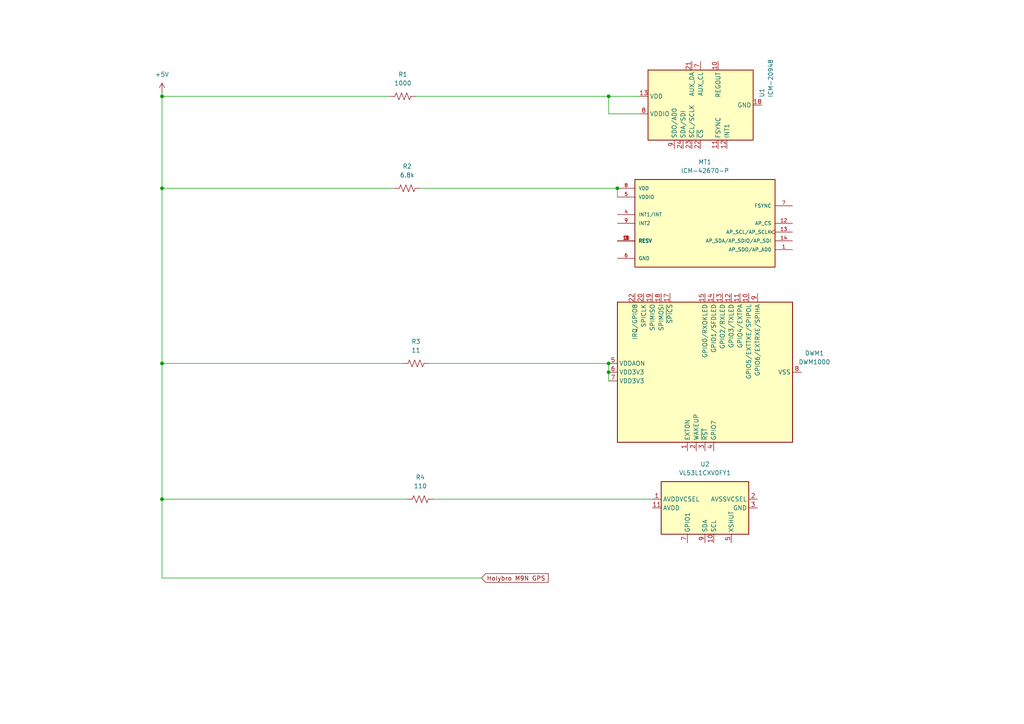
<source format=kicad_sch>
(kicad_sch (version 20231120) (generator "eeschema") (generator_version "8.0")
  (paper "A4")
  (lib_symbols
    (symbol "Device:R_US" (pin_numbers hide) (pin_names (offset 0))
      (property "Reference" "R" (at 2.54 0 90))
      (property "Value" "R_US" (at -2.54 0 90))
      (symbol "R_US_0_1"
        (polyline (pts (xy 0 -2.286) (xy 0 -2.54)))
        (polyline (pts (xy 0 2.286) (xy 0 2.54)))
        (polyline (pts (xy 0 -0.762) (xy 1.016 -1.143) (xy 0 -1.524) (xy -1.016 -1.905) (xy 0 -2.286)))
        (polyline (pts (xy 0 0.762) (xy 1.016 0.381) (xy 0 0) (xy -1.016 -0.381) (xy 0 -0.762)))
        (polyline (pts (xy 0 2.286) (xy 1.016 1.905) (xy 0 1.524) (xy -1.016 1.143) (xy 0 0.762)))
      )
      (symbol "R_US_1_1"
        (pin passive line (at 0 3.81 270) (length 1.27) (name "~") (number "1"))
        (pin passive line (at 0 -3.81 90) (length 1.27) (name "~") (number "2"))
      )
    )
    (symbol "ICM-42670-P:ICM-42670-P" (pin_names (offset 1.016))
      (property "Reference" "MT" (at -20.32 13.97 0))
      (property "Value" "ICM-42670-P" (at -20.32 -15.24 0))
      (symbol "ICM-42670-P_0_0"
        (rectangle (start -20.32 -12.7) (end 20.32 12.7) (stroke (width 0.254)) (fill (type background)))
        (pin bidirectional line (at -25.4 -7.62 0) (length 5.08) (name "AP_SDO/AP_AD0") (number "1"))
        (pin passive line (at 25.4 -5.08 180) (length 5.08) (name "RESV") (number "10"))
        (pin passive line (at 25.4 -5.08 180) (length 5.08) (name "RESV") (number "11"))
        (pin input line (at -25.4 0 0) (length 5.08) (name "AP_CS") (number "12"))
        (pin input clock (at -25.4 -2.54 0) (length 5.08) (name "AP_SCL/AP_SCLK") (number "13"))
        (pin bidirectional line (at -25.4 -5.08 0) (length 5.08) (name "AP_SDA/AP_SDIO/AP_SDI") (number "14"))
        (pin passive line (at 25.4 -5.08 180) (length 5.08) (name "RESV") (number "2"))
        (pin passive line (at 25.4 -5.08 180) (length 5.08) (name "RESV") (number "3"))
        (pin output line (at 25.4 2.54 180) (length 5.08) (name "INT1/INT") (number "4"))
        (pin power_in line (at 25.4 7.62 180) (length 5.08) (name "VDDIO") (number "5"))
        (pin power_in line (at 25.4 -10.16 180) (length 5.08) (name "GND") (number "6"))
        (pin input line (at -25.4 5.08 0) (length 5.08) (name "FSYNC") (number "7"))
        (pin power_in line (at 25.4 10.16 180) (length 5.08) (name "VDD") (number "8"))
        (pin output line (at 25.4 0 180) (length 5.08) (name "INT2") (number "9"))
      )
    )
    (symbol "RF_Module:DWM1000"
      (property "Reference" "DWM" (at -17.78 26.67 0))
      (property "Value" "DWM1000" (at 15.875 26.67 0))
      (symbol "DWM1000_0_1"
        (rectangle (start -20.32 25.4) (end 20.32 -25.4) (stroke (width 0.254)) (fill (type background)))
      )
      (symbol "DWM1000_1_1"
        (pin output line (at -22.86 5.08 0) (length 2.54) (name "EXTON") (number "1"))
        (pin bidirectional line (at 22.86 -12.7 180) (length 2.54) (name "GPIO5/EXTTXE/SPIPOL") (number "10"))
        (pin bidirectional line (at 22.86 -10.16 180) (length 2.54) (name "GPIO4/EXTPA") (number "11"))
        (pin bidirectional line (at 22.86 -7.62 180) (length 2.54) (name "GPIO3/TXLED") (number "12"))
        (pin bidirectional line (at 22.86 -5.08 180) (length 2.54) (name "GPIO2/RXLED") (number "13"))
        (pin bidirectional line (at 22.86 -2.54 180) (length 2.54) (name "GPIO1/SFDLED") (number "14"))
        (pin bidirectional line (at 22.86 0 180) (length 2.54) (name "GPIO0/RXOKLED") (number "15"))
        (pin passive line (at 0 -27.94 90) (length 2.54) hide (name "VSS") (number "16"))
        (pin input line (at 22.86 10.16 180) (length 2.54) (name "~{SPICS}") (number "17"))
        (pin input line (at 22.86 12.7 180) (length 2.54) (name "SPIMOSI") (number "18"))
        (pin output line (at 22.86 15.24 180) (length 2.54) (name "SPIMISO") (number "19"))
        (pin bidirectional line (at -22.86 2.54 0) (length 2.54) (name "WAKEUP") (number "2"))
        (pin input line (at 22.86 17.78 180) (length 2.54) (name "SPICLK") (number "20"))
        (pin passive line (at 0 -27.94 90) (length 2.54) hide (name "VSS") (number "21"))
        (pin bidirectional line (at 22.86 20.32 180) (length 2.54) (name "IRQ/GPIO8") (number "22"))
        (pin passive line (at 0 -27.94 90) (length 2.54) hide (name "VSS") (number "23"))
        (pin passive line (at 0 -27.94 90) (length 2.54) hide (name "VSS") (number "24"))
        (pin bidirectional line (at -22.86 0 0) (length 2.54) (name "~{RST}") (number "3"))
        (pin bidirectional line (at -22.86 -2.54 0) (length 2.54) (name "GPIO7") (number "4"))
        (pin power_in line (at 2.54 27.94 270) (length 2.54) (name "VDDAON") (number "5"))
        (pin power_in line (at 0 27.94 270) (length 2.54) (name "VDD3V3") (number "6"))
        (pin power_in line (at -2.54 27.94 270) (length 2.54) (name "VDD3V3") (number "7"))
        (pin power_in line (at 0 -27.94 90) (length 2.54) (name "VSS") (number "8"))
        (pin bidirectional line (at 22.86 -15.24 180) (length 2.54) (name "GPIO6/EXTRXE/SPIHA") (number "9"))
      )
    )
    (symbol "Sensor_Distance:VL53L1CXV0FY1"
      (property "Reference" "U" (at -6.35 13.97 0))
      (property "Value" "VL53L1CXV0FY1" (at 12.065 13.97 0))
      (symbol "VL53L1CXV0FY1_0_1"
        (rectangle (start -7.62 12.7) (end 7.62 -12.7) (stroke (width 0.254)) (fill (type background)))
      )
      (symbol "VL53L1CXV0FY1_1_1"
        (pin power_in line (at 2.54 15.24 270) (length 2.54) (name "AVDDVCSEL") (number "1"))
        (pin input line (at -10.16 -2.54 0) (length 2.54) (name "SCL") (number "10"))
        (pin power_in line (at 0 15.24 270) (length 2.54) (name "AVDD") (number "11"))
        (pin passive line (at 0 -15.24 90) (length 2.54) hide (name "GND") (number "12"))
        (pin power_in line (at 2.54 -15.24 90) (length 2.54) (name "AVSSVCSEL") (number "2"))
        (pin power_in line (at 0 -15.24 90) (length 2.54) (name "GND") (number "3"))
        (pin passive line (at 0 -15.24 90) (length 2.54) hide (name "GND") (number "4"))
        (pin input line (at -10.16 -7.62 0) (length 2.54) (name "XSHUT") (number "5"))
        (pin passive line (at 0 -15.24 90) (length 2.54) hide (name "GND") (number "6"))
        (pin open_collector line (at -10.16 5.08 0) (length 2.54) (name "GPIO1") (number "7"))
        (pin no_connect line (at -7.62 7.62 0) (length 2.54) hide (name "DNC") (number "8"))
        (pin bidirectional line (at -10.16 0 0) (length 2.54) (name "SDA") (number "9"))
      )
    )
    (symbol "Sensor_Motion:ICM-20948"
      (property "Reference" "U" (at -11.43 16.51 0))
      (property "Value" "ICM-20948" (at 7.62 -16.51 0))
      (symbol "ICM-20948_0_1"
        (rectangle (start -10.16 15.24) (end 10.16 -15.24) (stroke (width 0.254)) (fill (type background)))
      )
      (symbol "ICM-20948_1_1"
        (pin no_connect line (at -10.16 12.7 0) (length 2.54) hide (name "NC") (number "1"))
        (pin passive line (at 12.7 -5.08 180) (length 2.54) (name "REGOUT") (number "10"))
        (pin input line (at -12.7 -5.08 0) (length 2.54) (name "FSYNC") (number "11"))
        (pin output line (at -12.7 -7.62 0) (length 2.54) (name "INT1") (number "12"))
        (pin power_in line (at 2.54 17.78 270) (length 2.54) (name "VDD") (number "13"))
        (pin no_connect line (at 10.16 7.62 180) (length 2.54) hide (name "NC") (number "14"))
        (pin no_connect line (at 10.16 5.08 180) (length 2.54) hide (name "NC") (number "15"))
        (pin no_connect line (at 10.16 -7.62 180) (length 2.54) hide (name "NC") (number "16"))
        (pin no_connect line (at 10.16 -10.16 180) (length 2.54) hide (name "NC") (number "17"))
        (pin power_in line (at 0 -17.78 90) (length 2.54) (name "GND") (number "18"))
        (pin no_connect line (at 10.16 -12.7 180) (length 2.54) hide (name "RESV") (number "19"))
        (pin no_connect line (at -10.16 10.16 0) (length 2.54) hide (name "NC") (number "2"))
        (pin passive line (at 0 -17.78 90) (length 2.54) hide (name "GND") (number "20"))
        (pin bidirectional line (at 12.7 2.54 180) (length 2.54) (name "AUX_DA") (number "21"))
        (pin input line (at -12.7 0 0) (length 2.54) (name "~{CS}") (number "22"))
        (pin input line (at -12.7 2.54 0) (length 2.54) (name "SCL/SCLK") (number "23"))
        (pin bidirectional line (at -12.7 5.08 0) (length 2.54) (name "SDA/SDI") (number "24"))
        (pin no_connect line (at -10.16 -2.54 0) (length 2.54) hide (name "NC") (number "3"))
        (pin no_connect line (at -10.16 -10.16 0) (length 2.54) hide (name "NC") (number "4"))
        (pin no_connect line (at -10.16 -12.7 0) (length 2.54) hide (name "NC") (number "5"))
        (pin no_connect line (at 10.16 10.16 180) (length 2.54) hide (name "NC") (number "6"))
        (pin output line (at 12.7 0 180) (length 2.54) (name "AUX_CL") (number "7"))
        (pin power_in line (at -2.54 17.78 270) (length 2.54) (name "VDDIO") (number "8"))
        (pin bidirectional line (at -12.7 7.62 0) (length 2.54) (name "SDO/AD0") (number "9"))
      )
    )
    (symbol "power:+5V" (power) (pin_numbers hide) (pin_names (offset 0) hide)
      (property "Value" "+5V" (at 0 3.556 0))
      (symbol "+5V_0_1"
        (polyline (pts (xy -0.762 1.27) (xy 0 2.54)))
        (polyline (pts (xy 0 0) (xy 0 2.54)))
        (polyline (pts (xy 0 2.54) (xy 0.762 1.27)))
      )
      (symbol "+5V_1_1"
        (pin power_in line (at 0 0 90) (length 0) (name "~") (number "1"))
      )
    )
  )
  (junction (at 176.53 105.41))
  (junction (at 179.07 54.61))
  (junction (at 46.99 27.94))
  (junction (at 46.99 144.78))
  (junction (at 176.53 107.95))
  (junction (at 46.99 54.61))
  (junction (at 176.53 27.94))
  (junction (at 46.99 105.41))
  (wire (pts (xy 46.99 105.41) (xy 46.99 144.78)))
  (wire (pts (xy 116.84 105.41) (xy 46.99 105.41)))
  (wire (pts (xy 139.7 167.64) (xy 46.99 167.64)))
  (wire (pts (xy 124.46 105.41) (xy 176.53 105.41)))
  (wire (pts (xy 179.07 54.61) (xy 179.07 57.15)))
  (wire (pts (xy 176.53 107.95) (xy 176.53 110.49)))
  (wire (pts (xy 114.3 54.61) (xy 46.99 54.61)))
  (wire (pts (xy 113.03 27.94) (xy 46.99 27.94)))
  (wire (pts (xy 46.99 27.94) (xy 46.99 26.67)))
  (wire (pts (xy 176.53 27.94) (xy 185.42 27.94)))
  (wire (pts (xy 46.99 167.64) (xy 46.99 144.78)))
  (wire (pts (xy 46.99 54.61) (xy 46.99 27.94)))
  (wire (pts (xy 176.53 105.41) (xy 176.53 107.95)))
  (wire (pts (xy 118.11 144.78) (xy 46.99 144.78)))
  (wire (pts (xy 176.53 33.02) (xy 176.53 27.94)))
  (wire (pts (xy 176.53 33.02) (xy 185.42 33.02)))
  (wire (pts (xy 46.99 105.41) (xy 46.99 54.61)))
  (wire (pts (xy 120.65 27.94) (xy 176.53 27.94)))
  (wire (pts (xy 125.73 144.78) (xy 189.23 144.78)))
  (wire (pts (xy 121.92 54.61) (xy 179.07 54.61)))
  (global_label "Holybro M9N GPS" (shape input) (at 139.7 167.64 0) (property "Intersheetrefs" "${INTERSHEET_REFS}" (effects (hide yes))))
  (symbol (lib_id "Device:R_US") (at 118.11 54.61 90) (unit 1)
    (property "Reference" "R2" (at 118.11 48.26 90))
    (property "Value" "6.8k" (at 118.11 50.8 90))
    (property "Description" "Resistor, US symbol" (effects (hide yes)))
  )
  (symbol (lib_id "RF_Module:DWM1000") (at 204.47 107.95 90) (unit 1)
    (property "Reference" "DWM1" (at 236.22 102.4538 90))
    (property "Value" "DWM1000" (at 236.22 104.9938 90))
    (property "Footprint" "RF_Module:DWM1000" (effects (hide yes)))
    (property "Datasheet" "https://www.decawave.com/sites/default/files/resources/dwm1000-datasheet-v1.3.pdf" (effects (hide yes)))
    (property "Description" "Ultra wide band RF module With ranging location capabilities" (effects (hide yes)))
  )
  (symbol (lib_id "Device:R_US") (at 116.84 27.94 90) (unit 1)
    (property "Reference" "R1" (at 116.84 21.59 90))
    (property "Value" "1000" (at 116.84 24.13 90))
    (property "Description" "Resistor, US symbol" (effects (hide yes)))
  )
  (symbol (lib_id "Device:R_US") (at 120.65 105.41 90) (unit 1)
    (property "Reference" "R3" (at 120.65 99.06 90))
    (property "Value" "11" (at 120.65 101.6 90))
    (property "Description" "Resistor, US symbol" (effects (hide yes)))
  )
  (symbol (lib_id "Sensor_Distance:VL53L1CXV0FY1") (at 204.47 147.32 90) (unit 1)
    (property "Reference" "U2" (at 204.47 134.62 90))
    (property "Value" "VL53L1CXV0FY1" (at 204.47 137.16 90))
    (property "Footprint" "Sensor_Distance:ST_VL53L1x" (effects (hide yes)))
    (property "Datasheet" "https://www.st.com/resource/en/datasheet/vl53l1x.pdf" (effects (hide yes)))
    (property "Description" "4m distance ranging ToF sensor, Optical LGA12" (effects (hide yes)))
  )
  (symbol (lib_id "Sensor_Motion:ICM-20948") (at 203.2 30.48 90) (unit 1)
    (property "Reference" "U1" (at 220.98 28.2859 0) (effects (justify left)))
    (property "Value" "ICM-20948" (at 223.52 28.2859 0) (effects (justify left)))
    (property "Footprint" "Sensor_Motion:InvenSense_QFN-24_3x3mm_P0.4mm" (effects (hide yes)))
    (property "Datasheet" "http://www.invensense.com/wp-content/uploads/2016/06/DS-000189-ICM-20948-v1.3.pdf" (effects (hide yes)))
    (property "Description" "InvenSense 9-Axis Motion Sensor, Accelerometer, Gyroscope, Compass, I2C/SPI, QFN-24" (effects (hide yes)))
  )
  (symbol (lib_id "Device:R_US") (at 121.92 144.78 90) (unit 1)
    (property "Reference" "R4" (at 121.92 138.43 90))
    (property "Value" "110" (at 121.92 140.97 90))
    (property "Description" "Resistor, US symbol" (effects (hide yes)))
  )
  (symbol (lib_id "ICM-42670-P:ICM-42670-P") (at 204.47 64.77 0) (mirror y) (unit 1)
    (property "Reference" "MT1" (at 204.47 46.99 0))
    (property "Value" "ICM-42670-P" (at 204.47 49.53 0))
    (property "Footprint" "ICM-42670-P:XDCR_ICM-42670-P" (effects (hide yes)))
    (property "MF" "TDK InvenSense" (effects (hide yes)))
    (property "MAXIMUM_PACKAGE_HEIGHT" "0.81 mm" (effects (hide yes)))
    (property "Package" "None" (effects (hide yes)))
    (property "Price" "None" (effects (hide yes)))
    (property "Check_prices" "https://www.snapeda.com/parts/ICM-42670-P/TDK-InvenSense/view-part/?ref=eda" (effects (hide yes)))
    (property "STANDARD" "Manufacturer Recommendations" (effects (hide yes)))
    (property "PARTREV" "1.1" (effects (hide yes)))
    (property "SnapEDA_Link" "https://www.snapeda.com/parts/ICM-42670-P/TDK-InvenSense/view-part/?ref=snap" (effects (hide yes)))
    (property "MP" "ICM-42670-P" (effects (hide yes)))
    (property "Purchase-URL" "https://www.snapeda.com/api/url_track_click_mouser/?unipart_id=12450108&manufacturer=TDK InvenSense&part_name=ICM-42670-P&search_term=None" (effects (hide yes)))
    (property "Description_1" "\nLow-Power, Premium Performance 6-Axis MotionTrackingTM IMU with I3C, I2C and SPI interface in 2.5mm x 3mm Package\n" (effects (hide yes)))
    (property "Availability" "In Stock" (effects (hide yes)))
    (property "MANUFACTURER" "TDK InvenSense" (effects (hide yes)))
  )
  (symbol (lib_id "power:+5V") (at 46.99 26.67 0) (unit 1)
    (property "Reference" "#PWR01" (effects (hide yes)))
    (property "Value" "+5V" (at 46.99 21.59 0))
    (property "Description" "Power symbol creates a global label with name \"+5V\"" (effects (hide yes)))
  )
)
</source>
